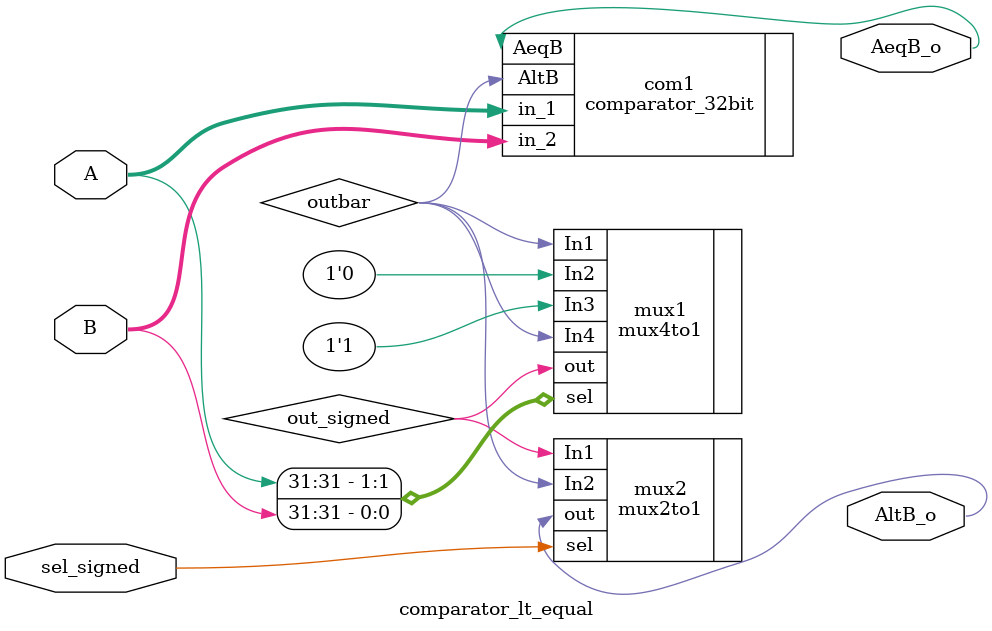
<source format=sv>
module BRC(i_rs1_data, i_rs2_data, i_br_un, o_br_less, o_br_equal);
parameter N = 32;
input [N-1:0] i_rs1_data;
input [N-1:0] i_rs2_data;
input i_br_un;
output o_br_less;
output o_br_equal;

wire sel_signed;
assign sel_signed = ~i_br_un;
comparator_lt_equal brc1(.A(i_rs1_data), .B(i_rs2_data), .sel_signed(sel_signed), .AltB_o(o_br_less), .AeqB_o(o_br_equal));
endmodule


module comparator_lt_equal(A, B, sel_signed, AltB_o, AeqB_o);
parameter N = 32;
parameter AltB_i = 1'b1;
parameter AgtB_i = 1'b0;
input [N-1:0] A;
input [N-1:0] B;
input sel_signed;
output AltB_o;
output AeqB_o;
wire outbar;
wire out_signed;

	comparator_32bit com1(.in_1(A), .in_2(B), .AltB(outbar), .AeqB(AeqB_o));

	mux4to1 mux1(.In1(outbar), .In2(AgtB_i), .In3(AltB_i), .In4(outbar), .sel({A[N-1],B[N-1]}), .out(out_signed));
	mux2to1 mux2(.In1(out_signed), .In2(outbar), .sel(sel_signed), .out(AltB_o));
endmodule

</source>
